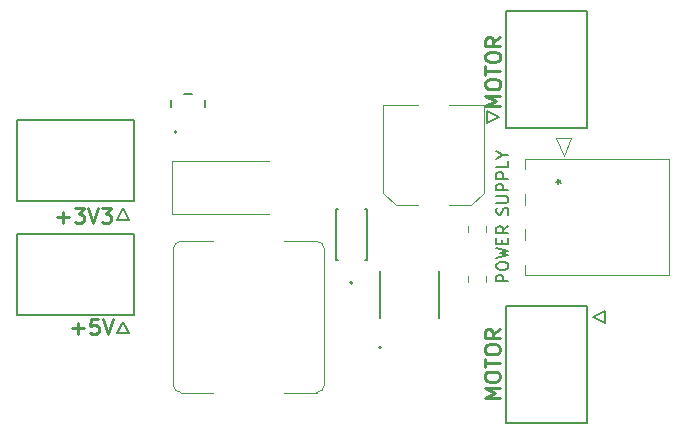
<source format=gbr>
%TF.GenerationSoftware,KiCad,Pcbnew,(7.0.0)*%
%TF.CreationDate,2023-03-07T20:41:21-05:00*%
%TF.ProjectId,Power Distribution Board,506f7765-7220-4446-9973-747269627574,rev?*%
%TF.SameCoordinates,Original*%
%TF.FileFunction,Legend,Top*%
%TF.FilePolarity,Positive*%
%FSLAX46Y46*%
G04 Gerber Fmt 4.6, Leading zero omitted, Abs format (unit mm)*
G04 Created by KiCad (PCBNEW (7.0.0)) date 2023-03-07 20:41:21*
%MOMM*%
%LPD*%
G01*
G04 APERTURE LIST*
%ADD10C,0.254000*%
%ADD11C,0.150000*%
%ADD12C,0.127000*%
%ADD13C,0.200000*%
%ADD14C,0.120000*%
G04 APERTURE END LIST*
D10*
%TO.C,J3*%
X123238380Y-73896764D02*
X124206000Y-73896764D01*
X123722190Y-74380573D02*
X123722190Y-73412954D01*
X124689809Y-73110573D02*
X125476000Y-73110573D01*
X125476000Y-73110573D02*
X125052666Y-73594383D01*
X125052666Y-73594383D02*
X125234095Y-73594383D01*
X125234095Y-73594383D02*
X125355047Y-73654859D01*
X125355047Y-73654859D02*
X125415523Y-73715335D01*
X125415523Y-73715335D02*
X125476000Y-73836288D01*
X125476000Y-73836288D02*
X125476000Y-74138669D01*
X125476000Y-74138669D02*
X125415523Y-74259621D01*
X125415523Y-74259621D02*
X125355047Y-74320097D01*
X125355047Y-74320097D02*
X125234095Y-74380573D01*
X125234095Y-74380573D02*
X124871238Y-74380573D01*
X124871238Y-74380573D02*
X124750285Y-74320097D01*
X124750285Y-74320097D02*
X124689809Y-74259621D01*
X125838857Y-73110573D02*
X126262190Y-74380573D01*
X126262190Y-74380573D02*
X126685524Y-73110573D01*
X126987904Y-73110573D02*
X127774095Y-73110573D01*
X127774095Y-73110573D02*
X127350761Y-73594383D01*
X127350761Y-73594383D02*
X127532190Y-73594383D01*
X127532190Y-73594383D02*
X127653142Y-73654859D01*
X127653142Y-73654859D02*
X127713618Y-73715335D01*
X127713618Y-73715335D02*
X127774095Y-73836288D01*
X127774095Y-73836288D02*
X127774095Y-74138669D01*
X127774095Y-74138669D02*
X127713618Y-74259621D01*
X127713618Y-74259621D02*
X127653142Y-74320097D01*
X127653142Y-74320097D02*
X127532190Y-74380573D01*
X127532190Y-74380573D02*
X127169333Y-74380573D01*
X127169333Y-74380573D02*
X127048380Y-74320097D01*
X127048380Y-74320097D02*
X126987904Y-74259621D01*
%TO.C,J5*%
X160689773Y-89181819D02*
X159419773Y-89181819D01*
X159419773Y-89181819D02*
X160326916Y-88758485D01*
X160326916Y-88758485D02*
X159419773Y-88335152D01*
X159419773Y-88335152D02*
X160689773Y-88335152D01*
X159419773Y-87488485D02*
X159419773Y-87246580D01*
X159419773Y-87246580D02*
X159480250Y-87125628D01*
X159480250Y-87125628D02*
X159601202Y-87004675D01*
X159601202Y-87004675D02*
X159843107Y-86944199D01*
X159843107Y-86944199D02*
X160266440Y-86944199D01*
X160266440Y-86944199D02*
X160508345Y-87004675D01*
X160508345Y-87004675D02*
X160629297Y-87125628D01*
X160629297Y-87125628D02*
X160689773Y-87246580D01*
X160689773Y-87246580D02*
X160689773Y-87488485D01*
X160689773Y-87488485D02*
X160629297Y-87609437D01*
X160629297Y-87609437D02*
X160508345Y-87730390D01*
X160508345Y-87730390D02*
X160266440Y-87790866D01*
X160266440Y-87790866D02*
X159843107Y-87790866D01*
X159843107Y-87790866D02*
X159601202Y-87730390D01*
X159601202Y-87730390D02*
X159480250Y-87609437D01*
X159480250Y-87609437D02*
X159419773Y-87488485D01*
X159419773Y-86581342D02*
X159419773Y-85855628D01*
X160689773Y-86218485D02*
X159419773Y-86218485D01*
X159419773Y-85190390D02*
X159419773Y-84948485D01*
X159419773Y-84948485D02*
X159480250Y-84827533D01*
X159480250Y-84827533D02*
X159601202Y-84706580D01*
X159601202Y-84706580D02*
X159843107Y-84646104D01*
X159843107Y-84646104D02*
X160266440Y-84646104D01*
X160266440Y-84646104D02*
X160508345Y-84706580D01*
X160508345Y-84706580D02*
X160629297Y-84827533D01*
X160629297Y-84827533D02*
X160689773Y-84948485D01*
X160689773Y-84948485D02*
X160689773Y-85190390D01*
X160689773Y-85190390D02*
X160629297Y-85311342D01*
X160629297Y-85311342D02*
X160508345Y-85432295D01*
X160508345Y-85432295D02*
X160266440Y-85492771D01*
X160266440Y-85492771D02*
X159843107Y-85492771D01*
X159843107Y-85492771D02*
X159601202Y-85432295D01*
X159601202Y-85432295D02*
X159480250Y-85311342D01*
X159480250Y-85311342D02*
X159419773Y-85190390D01*
X160689773Y-83376104D02*
X160085011Y-83799438D01*
X160689773Y-84101819D02*
X159419773Y-84101819D01*
X159419773Y-84101819D02*
X159419773Y-83618009D01*
X159419773Y-83618009D02*
X159480250Y-83497057D01*
X159480250Y-83497057D02*
X159540726Y-83436580D01*
X159540726Y-83436580D02*
X159661678Y-83376104D01*
X159661678Y-83376104D02*
X159843107Y-83376104D01*
X159843107Y-83376104D02*
X159964059Y-83436580D01*
X159964059Y-83436580D02*
X160024535Y-83497057D01*
X160024535Y-83497057D02*
X160085011Y-83618009D01*
X160085011Y-83618009D02*
X160085011Y-84101819D01*
%TO.C,J4*%
X160740573Y-64442219D02*
X159470573Y-64442219D01*
X159470573Y-64442219D02*
X160377716Y-64018885D01*
X160377716Y-64018885D02*
X159470573Y-63595552D01*
X159470573Y-63595552D02*
X160740573Y-63595552D01*
X159470573Y-62748885D02*
X159470573Y-62506980D01*
X159470573Y-62506980D02*
X159531050Y-62386028D01*
X159531050Y-62386028D02*
X159652002Y-62265075D01*
X159652002Y-62265075D02*
X159893907Y-62204599D01*
X159893907Y-62204599D02*
X160317240Y-62204599D01*
X160317240Y-62204599D02*
X160559145Y-62265075D01*
X160559145Y-62265075D02*
X160680097Y-62386028D01*
X160680097Y-62386028D02*
X160740573Y-62506980D01*
X160740573Y-62506980D02*
X160740573Y-62748885D01*
X160740573Y-62748885D02*
X160680097Y-62869837D01*
X160680097Y-62869837D02*
X160559145Y-62990790D01*
X160559145Y-62990790D02*
X160317240Y-63051266D01*
X160317240Y-63051266D02*
X159893907Y-63051266D01*
X159893907Y-63051266D02*
X159652002Y-62990790D01*
X159652002Y-62990790D02*
X159531050Y-62869837D01*
X159531050Y-62869837D02*
X159470573Y-62748885D01*
X159470573Y-61841742D02*
X159470573Y-61116028D01*
X160740573Y-61478885D02*
X159470573Y-61478885D01*
X159470573Y-60450790D02*
X159470573Y-60208885D01*
X159470573Y-60208885D02*
X159531050Y-60087933D01*
X159531050Y-60087933D02*
X159652002Y-59966980D01*
X159652002Y-59966980D02*
X159893907Y-59906504D01*
X159893907Y-59906504D02*
X160317240Y-59906504D01*
X160317240Y-59906504D02*
X160559145Y-59966980D01*
X160559145Y-59966980D02*
X160680097Y-60087933D01*
X160680097Y-60087933D02*
X160740573Y-60208885D01*
X160740573Y-60208885D02*
X160740573Y-60450790D01*
X160740573Y-60450790D02*
X160680097Y-60571742D01*
X160680097Y-60571742D02*
X160559145Y-60692695D01*
X160559145Y-60692695D02*
X160317240Y-60753171D01*
X160317240Y-60753171D02*
X159893907Y-60753171D01*
X159893907Y-60753171D02*
X159652002Y-60692695D01*
X159652002Y-60692695D02*
X159531050Y-60571742D01*
X159531050Y-60571742D02*
X159470573Y-60450790D01*
X160740573Y-58636504D02*
X160135811Y-59059838D01*
X160740573Y-59362219D02*
X159470573Y-59362219D01*
X159470573Y-59362219D02*
X159470573Y-58878409D01*
X159470573Y-58878409D02*
X159531050Y-58757457D01*
X159531050Y-58757457D02*
X159591526Y-58696980D01*
X159591526Y-58696980D02*
X159712478Y-58636504D01*
X159712478Y-58636504D02*
X159893907Y-58636504D01*
X159893907Y-58636504D02*
X160014859Y-58696980D01*
X160014859Y-58696980D02*
X160075335Y-58757457D01*
X160075335Y-58757457D02*
X160135811Y-58878409D01*
X160135811Y-58878409D02*
X160135811Y-59362219D01*
%TO.C,J2*%
X124478142Y-83294764D02*
X125445762Y-83294764D01*
X124961952Y-83778573D02*
X124961952Y-82810954D01*
X126655285Y-82508573D02*
X126050523Y-82508573D01*
X126050523Y-82508573D02*
X125990047Y-83113335D01*
X125990047Y-83113335D02*
X126050523Y-83052859D01*
X126050523Y-83052859D02*
X126171476Y-82992383D01*
X126171476Y-82992383D02*
X126473857Y-82992383D01*
X126473857Y-82992383D02*
X126594809Y-83052859D01*
X126594809Y-83052859D02*
X126655285Y-83113335D01*
X126655285Y-83113335D02*
X126715762Y-83234288D01*
X126715762Y-83234288D02*
X126715762Y-83536669D01*
X126715762Y-83536669D02*
X126655285Y-83657621D01*
X126655285Y-83657621D02*
X126594809Y-83718097D01*
X126594809Y-83718097D02*
X126473857Y-83778573D01*
X126473857Y-83778573D02*
X126171476Y-83778573D01*
X126171476Y-83778573D02*
X126050523Y-83718097D01*
X126050523Y-83718097D02*
X125990047Y-83657621D01*
X127078619Y-82508573D02*
X127501952Y-83778573D01*
X127501952Y-83778573D02*
X127925286Y-82508573D01*
D11*
%TO.C,J1*%
X161403380Y-79303861D02*
X160403380Y-79303861D01*
X160403380Y-79303861D02*
X160403380Y-78922909D01*
X160403380Y-78922909D02*
X160451000Y-78827671D01*
X160451000Y-78827671D02*
X160498619Y-78780052D01*
X160498619Y-78780052D02*
X160593857Y-78732433D01*
X160593857Y-78732433D02*
X160736714Y-78732433D01*
X160736714Y-78732433D02*
X160831952Y-78780052D01*
X160831952Y-78780052D02*
X160879571Y-78827671D01*
X160879571Y-78827671D02*
X160927190Y-78922909D01*
X160927190Y-78922909D02*
X160927190Y-79303861D01*
X160403380Y-78113385D02*
X160403380Y-77922909D01*
X160403380Y-77922909D02*
X160451000Y-77827671D01*
X160451000Y-77827671D02*
X160546238Y-77732433D01*
X160546238Y-77732433D02*
X160736714Y-77684814D01*
X160736714Y-77684814D02*
X161070047Y-77684814D01*
X161070047Y-77684814D02*
X161260523Y-77732433D01*
X161260523Y-77732433D02*
X161355761Y-77827671D01*
X161355761Y-77827671D02*
X161403380Y-77922909D01*
X161403380Y-77922909D02*
X161403380Y-78113385D01*
X161403380Y-78113385D02*
X161355761Y-78208623D01*
X161355761Y-78208623D02*
X161260523Y-78303861D01*
X161260523Y-78303861D02*
X161070047Y-78351480D01*
X161070047Y-78351480D02*
X160736714Y-78351480D01*
X160736714Y-78351480D02*
X160546238Y-78303861D01*
X160546238Y-78303861D02*
X160451000Y-78208623D01*
X160451000Y-78208623D02*
X160403380Y-78113385D01*
X160403380Y-77351480D02*
X161403380Y-77113385D01*
X161403380Y-77113385D02*
X160689095Y-76922909D01*
X160689095Y-76922909D02*
X161403380Y-76732433D01*
X161403380Y-76732433D02*
X160403380Y-76494338D01*
X160879571Y-76113385D02*
X160879571Y-75780052D01*
X161403380Y-75637195D02*
X161403380Y-76113385D01*
X161403380Y-76113385D02*
X160403380Y-76113385D01*
X160403380Y-76113385D02*
X160403380Y-75637195D01*
X161403380Y-74637195D02*
X160927190Y-74970528D01*
X161403380Y-75208623D02*
X160403380Y-75208623D01*
X160403380Y-75208623D02*
X160403380Y-74827671D01*
X160403380Y-74827671D02*
X160451000Y-74732433D01*
X160451000Y-74732433D02*
X160498619Y-74684814D01*
X160498619Y-74684814D02*
X160593857Y-74637195D01*
X160593857Y-74637195D02*
X160736714Y-74637195D01*
X160736714Y-74637195D02*
X160831952Y-74684814D01*
X160831952Y-74684814D02*
X160879571Y-74732433D01*
X160879571Y-74732433D02*
X160927190Y-74827671D01*
X160927190Y-74827671D02*
X160927190Y-75208623D01*
X161355761Y-73656242D02*
X161403380Y-73513385D01*
X161403380Y-73513385D02*
X161403380Y-73275290D01*
X161403380Y-73275290D02*
X161355761Y-73180052D01*
X161355761Y-73180052D02*
X161308142Y-73132433D01*
X161308142Y-73132433D02*
X161212904Y-73084814D01*
X161212904Y-73084814D02*
X161117666Y-73084814D01*
X161117666Y-73084814D02*
X161022428Y-73132433D01*
X161022428Y-73132433D02*
X160974809Y-73180052D01*
X160974809Y-73180052D02*
X160927190Y-73275290D01*
X160927190Y-73275290D02*
X160879571Y-73465766D01*
X160879571Y-73465766D02*
X160831952Y-73561004D01*
X160831952Y-73561004D02*
X160784333Y-73608623D01*
X160784333Y-73608623D02*
X160689095Y-73656242D01*
X160689095Y-73656242D02*
X160593857Y-73656242D01*
X160593857Y-73656242D02*
X160498619Y-73608623D01*
X160498619Y-73608623D02*
X160451000Y-73561004D01*
X160451000Y-73561004D02*
X160403380Y-73465766D01*
X160403380Y-73465766D02*
X160403380Y-73227671D01*
X160403380Y-73227671D02*
X160451000Y-73084814D01*
X160403380Y-72656242D02*
X161212904Y-72656242D01*
X161212904Y-72656242D02*
X161308142Y-72608623D01*
X161308142Y-72608623D02*
X161355761Y-72561004D01*
X161355761Y-72561004D02*
X161403380Y-72465766D01*
X161403380Y-72465766D02*
X161403380Y-72275290D01*
X161403380Y-72275290D02*
X161355761Y-72180052D01*
X161355761Y-72180052D02*
X161308142Y-72132433D01*
X161308142Y-72132433D02*
X161212904Y-72084814D01*
X161212904Y-72084814D02*
X160403380Y-72084814D01*
X161403380Y-71608623D02*
X160403380Y-71608623D01*
X160403380Y-71608623D02*
X160403380Y-71227671D01*
X160403380Y-71227671D02*
X160451000Y-71132433D01*
X160451000Y-71132433D02*
X160498619Y-71084814D01*
X160498619Y-71084814D02*
X160593857Y-71037195D01*
X160593857Y-71037195D02*
X160736714Y-71037195D01*
X160736714Y-71037195D02*
X160831952Y-71084814D01*
X160831952Y-71084814D02*
X160879571Y-71132433D01*
X160879571Y-71132433D02*
X160927190Y-71227671D01*
X160927190Y-71227671D02*
X160927190Y-71608623D01*
X161403380Y-70608623D02*
X160403380Y-70608623D01*
X160403380Y-70608623D02*
X160403380Y-70227671D01*
X160403380Y-70227671D02*
X160451000Y-70132433D01*
X160451000Y-70132433D02*
X160498619Y-70084814D01*
X160498619Y-70084814D02*
X160593857Y-70037195D01*
X160593857Y-70037195D02*
X160736714Y-70037195D01*
X160736714Y-70037195D02*
X160831952Y-70084814D01*
X160831952Y-70084814D02*
X160879571Y-70132433D01*
X160879571Y-70132433D02*
X160927190Y-70227671D01*
X160927190Y-70227671D02*
X160927190Y-70608623D01*
X161403380Y-69132433D02*
X161403380Y-69608623D01*
X161403380Y-69608623D02*
X160403380Y-69608623D01*
X160927190Y-68608623D02*
X161403380Y-68608623D01*
X160403380Y-68941956D02*
X160927190Y-68608623D01*
X160927190Y-68608623D02*
X160403380Y-68275290D01*
X165483380Y-70865999D02*
X165721476Y-70865999D01*
X165626238Y-71104094D02*
X165721476Y-70865999D01*
X165721476Y-70865999D02*
X165626238Y-70627904D01*
X165911952Y-71008856D02*
X165721476Y-70865999D01*
X165721476Y-70865999D02*
X165911952Y-70723142D01*
D12*
%TO.C,J3*%
X129733000Y-65687000D02*
X129733000Y-72537000D01*
X129733000Y-72537000D02*
X119823000Y-72537000D01*
X119823000Y-72537000D02*
X119823000Y-65687000D01*
X119823000Y-65687000D02*
X129733000Y-65687000D01*
X129278000Y-74112000D02*
X128278000Y-74112000D01*
X128278000Y-74112000D02*
X128778000Y-73112000D01*
X128778000Y-73112000D02*
X129278000Y-74112000D01*
%TO.C,U2*%
X132850000Y-64575000D02*
X132850000Y-63915000D01*
X135750000Y-63915000D02*
X135750000Y-64575000D01*
X133965000Y-63445000D02*
X134635000Y-63445000D01*
D13*
X133350000Y-66655000D02*
G75*
G03*
X133350000Y-66655000I-100000J0D01*
G01*
D14*
%TO.C,L1*%
X133696000Y-75920000D02*
G75*
G03*
X133046000Y-76570000I1J-650001D01*
G01*
X145846000Y-76570000D02*
G75*
G03*
X145196000Y-75920000I-650001J-1D01*
G01*
X145196000Y-88720000D02*
G75*
G03*
X145846000Y-88070000I0J650000D01*
G01*
X133046000Y-88070000D02*
G75*
G03*
X133696000Y-88720000I650000J0D01*
G01*
X133046000Y-88070000D02*
X133046000Y-76570000D01*
X145196000Y-88720000D02*
X142446000Y-88720000D01*
X136446000Y-75920000D02*
X133696000Y-75920000D01*
X145846000Y-76570000D02*
X145846000Y-88070000D01*
X136446000Y-88720000D02*
X133696000Y-88720000D01*
X145196000Y-75920000D02*
X142446000Y-75920000D01*
D13*
%TO.C,U1*%
X150640000Y-84898000D02*
G75*
G03*
X150640000Y-84898000I-100000J0D01*
G01*
D12*
X155555000Y-82453000D02*
X155555000Y-78453000D01*
X150515000Y-82453000D02*
X150515000Y-78453000D01*
D14*
%TO.C,R2*%
X159485000Y-78877936D02*
X159485000Y-79332064D01*
X158015000Y-78877936D02*
X158015000Y-79332064D01*
%TO.C,R1*%
X159485000Y-74642936D02*
X159485000Y-75097064D01*
X158015000Y-74642936D02*
X158015000Y-75097064D01*
D12*
%TO.C,J5*%
X168620000Y-82340000D02*
X169620000Y-81840000D01*
X169620000Y-82840000D02*
X168620000Y-82340000D01*
X169620000Y-81840000D02*
X169620000Y-82840000D01*
X161195000Y-91295000D02*
X161195000Y-81385000D01*
X168045000Y-91295000D02*
X161195000Y-91295000D01*
X168045000Y-81385000D02*
X168045000Y-91295000D01*
X161195000Y-81385000D02*
X168045000Y-81385000D01*
%TO.C,J4*%
X168035000Y-66355000D02*
X161185000Y-66355000D01*
X161185000Y-66355000D02*
X161185000Y-56445000D01*
X161185000Y-56445000D02*
X168035000Y-56445000D01*
X168035000Y-56445000D02*
X168035000Y-66355000D01*
X159610000Y-65900000D02*
X159610000Y-64900000D01*
X159610000Y-64900000D02*
X160610000Y-65400000D01*
X160610000Y-65400000D02*
X159610000Y-65900000D01*
%TO.C,J2*%
X128778000Y-82716000D02*
X129278000Y-83716000D01*
X128278000Y-83716000D02*
X128778000Y-82716000D01*
X129278000Y-83716000D02*
X128278000Y-83716000D01*
X119823000Y-75291000D02*
X129733000Y-75291000D01*
X119823000Y-82141000D02*
X119823000Y-75291000D01*
X129733000Y-82141000D02*
X119823000Y-82141000D01*
X129733000Y-75291000D02*
X129733000Y-82141000D01*
D14*
%TO.C,J1*%
X166116000Y-68682006D02*
X165481000Y-67158007D01*
X165481000Y-67158007D02*
X166751000Y-67158007D01*
X166751000Y-67158007D02*
X166116000Y-68682006D01*
X175016000Y-78786007D02*
X175016000Y-68936006D01*
X175016000Y-68936006D02*
X162835999Y-68936006D01*
X162835999Y-68936006D02*
X162835999Y-69822887D01*
X162835999Y-78786007D02*
X175016000Y-78786007D01*
X162835999Y-71909113D02*
X162835999Y-72822886D01*
X162835999Y-74909112D02*
X162835999Y-75822885D01*
X162835999Y-77909111D02*
X162835999Y-78786007D01*
D13*
%TO.C,D1*%
X148204000Y-79437500D02*
G75*
G03*
X148204000Y-79437500I-100000J0D01*
G01*
D12*
X149406500Y-73187500D02*
X149406500Y-77487500D01*
X149254000Y-73187500D02*
X149406500Y-73187500D01*
X146801500Y-73187500D02*
X146954000Y-73187500D01*
X149406500Y-77487500D02*
X149254000Y-77487500D01*
X146954000Y-77487500D02*
X146801500Y-77487500D01*
X146801500Y-77487500D02*
X146801500Y-73187500D01*
D14*
%TO.C,C2*%
X132956000Y-73634000D02*
X141191000Y-73634000D01*
X132956000Y-69114000D02*
X132956000Y-73634000D01*
X141191000Y-69114000D02*
X132956000Y-69114000D01*
%TO.C,C1*%
X158285563Y-72860000D02*
X156400000Y-72860000D01*
X159350000Y-71795563D02*
X159350000Y-64340000D01*
X158285563Y-72860000D02*
X159350000Y-71795563D01*
X150830000Y-64340000D02*
X153780000Y-64340000D01*
X151894437Y-72860000D02*
X153780000Y-72860000D01*
X151894437Y-72860000D02*
X150830000Y-71795563D01*
X159350000Y-64340000D02*
X156400000Y-64340000D01*
X150830000Y-71795563D02*
X150830000Y-64340000D01*
%TD*%
M02*

</source>
